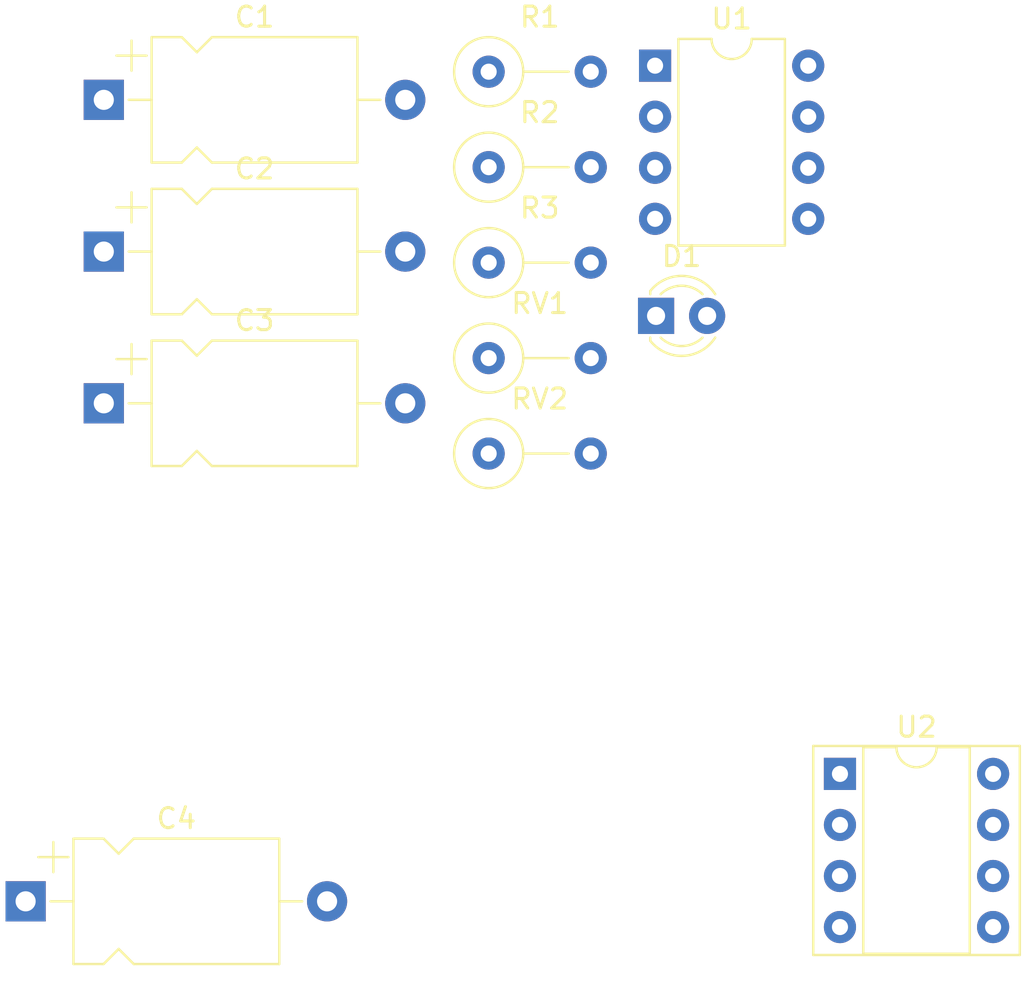
<source format=kicad_pcb>
(kicad_pcb (version 20221018) (generator pcbnew)
  (layers (0 "F.Cu" signal) (31 "B.Cu" signal) (34 "B.Paste" user) (35 "F.Paste" user) (36 "B.SilkS" user "B.Silkscreen") (37 "F.SilkS" user "F.Silkscreen") (38 "B.Mask" user) (39 "F.Mask" user) (44 "Edge.Cuts" user))
  (net 0 "")
  (net 1 "Net-(D1-A)")
  (net 2 "Net-(Q1-B)")
  (net 3 "Net-(Q1-C)")
  (net 4 "+9V")
  (net 5 "Signaal IN")
  (net 6 "Net-(C2-Pad1)")
  (net 8 "Net-(U1-DIS)")
  (net 9 "Net-(C1-Pad2)")
  (net 10 "GND")
  (net 11 "Net-(U2-+)")
  (net 12 "Net-(C3-Pad1)")
  (net 13 "BC547")
  (net 15 "Net-(C1-Pad1)")
  (net 16 "TRIG")
  (net 18 "Net-(C3-Pad2)")
  (footprint "Resistor_THT:R_Axial_DIN0309_L9.0mm_D3.2mm_P5.08mm_Vertical" (layer "F.Cu") (at 106.98 62.2)
    (fp_text reference "R3" (at 2.54 -2.72) (layer "F.SilkS"))
    (fp_text value "470")
    (fp_line (start 1.72 0) (end 3.98 0) (stroke (width 0.12)) (layer "F.SilkS"))
    (fp_circle (center 0 0) (end 1.72 0) (stroke (width 0.12)) (fill none) (layer "F.SilkS"))
    (pad "1" thru_hole circle (at 0 0) (size 1.6 1.6) (drill 0.8) (layers "*.Cu" "*.Mask") (net 4 "+9V"))
    (pad "2" thru_hole oval (at 5.08 0) (size 1.6 1.6) (drill 0.8) (layers "*.Cu" "*.Mask") (net 4 "+9V"))
  )
  (footprint "Resistor_THT:R_Axial_DIN0309_L9.0mm_D3.2mm_P5.08mm_Vertical" (layer "F.Cu") (at 106.98 57.45)
    (fp_text reference "R2" (at 2.54 -2.72) (layer "F.SilkS"))
    (fp_text value "470")
    (fp_line (start 1.72 0) (end 3.98 0) (stroke (width 0.12)) (layer "F.SilkS"))
    (fp_circle (center 0 0) (end 1.72 0) (stroke (width 0.12)) (fill none) (layer "F.SilkS"))
    (pad "1" thru_hole circle (at 0 0) (size 1.6 1.6) (drill 0.8) (layers "*.Cu" "*.Mask") (net 3 "Net-(Q1-C)"))
    (pad "2" thru_hole oval (at 5.08 0) (size 1.6 1.6) (drill 0.8) (layers "*.Cu" "*.Mask") (net 4 "+9V"))
  )
  (footprint "Package_DIP:DIP-8_W7.62mm_Socket" (layer "F.Cu") (at 124.46 87.64)
    (fp_text reference "U2" (at 3.81 -2.33) (layer "F.SilkS"))
    (fp_text value "LM386")
    (fp_line (start -1.33 -1.39) (end -1.33 9.01) (stroke (width 0.12)) (layer "F.SilkS"))
    (fp_line (start -1.33 9.01) (end 8.95 9.01) (stroke (width 0.12)) (layer "F.SilkS"))
    (fp_line (start 1.16 -1.33) (end 1.16 8.95) (stroke (width 0.12)) (layer "F.SilkS"))
    (fp_line (start 1.16 8.95) (end 6.46 8.95) (stroke (width 0.12)) (layer "F.SilkS"))
    (fp_line (start 2.81 -1.33) (end 1.16 -1.33) (stroke (width 0.12)) (layer "F.SilkS"))
    (fp_line (start 6.46 -1.33) (end 4.81 -1.33) (stroke (width 0.12)) (layer "F.SilkS"))
    (fp_line (start 6.46 8.95) (end 6.46 -1.33) (stroke (width 0.12)) (layer "F.SilkS"))
    (fp_line (start 8.95 -1.39) (end -1.33 -1.39) (stroke (width 0.12)) (layer "F.SilkS"))
    (fp_line (start 8.95 9.01) (end 8.95 -1.39) (stroke (width 0.12)) (layer "F.SilkS"))
    (fp_arc (start 4.81 -1.33) (mid 3.81 -0.33) (end 2.81 -1.33) (stroke (width 0.12)) (layer "F.SilkS"))
    (pad "1" thru_hole rect (at 0 0) (size 1.6 1.6) (drill 0.8) (layers "*.Cu" "*.Mask") (net 9 "Net-(C1-Pad2)"))
    (pad "2" thru_hole oval (at 0 2.54) (size 1.6 1.6) (drill 0.8) (layers "*.Cu" "*.Mask") (net 10 "GND"))
    (pad "3" thru_hole oval (at 0 5.08) (size 1.6 1.6) (drill 0.8) (layers "*.Cu" "*.Mask") (net 11 "Net-(U2-+)"))
    (pad "4" thru_hole oval (at 0 7.62) (size 1.6 1.6) (drill 0.8) (layers "*.Cu" "*.Mask") (net 10 "GND"))
    (pad "5" thru_hole oval (at 7.62 7.62) (size 1.6 1.6) (drill 0.8) (layers "*.Cu" "*.Mask") (net 12 "Net-(C3-Pad1)"))
    (pad "6" thru_hole oval (at 7.62 5.08) (size 1.6 1.6) (drill 0.8) (layers "*.Cu" "*.Mask") (net 13 "BC547"))
    (pad "7" thru_hole oval (at 7.62 2.54) (size 1.6 1.6) (drill 0.8) (layers "*.Cu" "*.Mask"))
    (pad "8" thru_hole oval (at 7.62 0) (size 1.6 1.6) (drill 0.8) (layers "*.Cu" "*.Mask") (net 15 "Net-(C1-Pad1)"))
  )
  (footprint "LED_THT:LED_D3.0mm" (layer "F.Cu") (at 115.31 64.85)
    (fp_text reference "D1" (at 1.27 -2.96) (layer "F.SilkS"))
    (fp_text value "Tap")
    (fp_line (start -0.29 -1.236) (end -0.29 -1.08) (stroke (width 0.12)) (layer "F.SilkS"))
    (fp_line (start -0.29 1.08) (end -0.29 1.236) (stroke (width 0.12)) (layer "F.SilkS"))
    (fp_arc (start -0.29 -1.235516) (mid 1.366487 -1.987659) (end 2.942335 -1.078608) (stroke (width 0.12)) (layer "F.SilkS"))
    (fp_arc (start 0.229039 -1.08) (mid 1.270117 -1.5) (end 2.31113 -1.079837) (stroke (width 0.12)) (layer "F.SilkS"))
    (fp_arc (start 2.31113 1.079837) (mid 1.270117 1.5) (end 0.229039 1.08) (stroke (width 0.12)) (layer "F.SilkS"))
    (fp_arc (start 2.942335 1.078608) (mid 1.366487 1.987659) (end -0.29 1.235516) (stroke (width 0.12)) (layer "F.SilkS"))
    (pad "1" thru_hole rect (at 0 0) (size 1.8 1.8) (drill 0.9) (layers "*.Cu" "*.Mask") (net 10 "GND"))
    (pad "2" thru_hole circle (at 2.54 0) (size 1.8 1.8) (drill 0.9) (layers "*.Cu" "*.Mask") (net 1 "Net-(D1-A)"))
  )
  (footprint "Capacitor_THT:CP_Axial_L10.0mm_D6.0mm_P15.00mm_Horizontal" (layer "F.Cu") (at 87.83 69.2)
    (fp_text reference "C3" (at 7.5 -4.12) (layer "F.SilkS"))
    (fp_text value "220uF")
    (fp_line (start 0.63 -2.2) (end 2.13 -2.2) (stroke (width 0.12)) (layer "F.SilkS"))
    (fp_line (start 1.24 0) (end 2.38 0) (stroke (width 0.12)) (layer "F.SilkS"))
    (fp_line (start 1.38 -2.95) (end 1.38 -1.45) (stroke (width 0.12)) (layer "F.SilkS"))
    (fp_line (start 2.38 -3.12) (end 2.38 3.12) (stroke (width 0.12)) (layer "F.SilkS"))
    (fp_line (start 2.38 -3.12) (end 3.88 -3.12) (stroke (width 0.12)) (layer "F.SilkS"))
    (fp_line (start 2.38 3.12) (end 3.88 3.12) (stroke (width 0.12)) (layer "F.SilkS"))
    (fp_line (start 3.88 -3.12) (end 4.63 -2.37) (stroke (width 0.12)) (layer "F.SilkS"))
    (fp_line (start 3.88 3.12) (end 4.63 2.37) (stroke (width 0.12)) (layer "F.SilkS"))
    (fp_line (start 4.63 -2.37) (end 5.38 -3.12) (stroke (width 0.12)) (layer "F.SilkS"))
    (fp_line (start 4.63 2.37) (end 5.38 3.12) (stroke (width 0.12)) (layer "F.SilkS"))
    (fp_line (start 5.38 -3.12) (end 12.62 -3.12) (stroke (width 0.12)) (layer "F.SilkS"))
    (fp_line (start 5.38 3.12) (end 12.62 3.12) (stroke (width 0.12)) (layer "F.SilkS"))
    (fp_line (start 12.62 -3.12) (end 12.62 3.12) (stroke (width 0.12)) (layer "F.SilkS"))
    (fp_line (start 13.76 0) (end 12.62 0) (stroke (width 0.12)) (layer "F.SilkS"))
    (pad "1" thru_hole rect (at 0 0) (size 2 2) (drill 1) (layers "*.Cu" "*.Mask") (net 12 "Net-(C3-Pad1)"))
    (pad "2" thru_hole oval (at 15 0) (size 2 2) (drill 1) (layers "*.Cu" "*.Mask") (net 18 "Net-(C3-Pad2)"))
  )
  (footprint "Capacitor_THT:CP_Axial_L10.0mm_D6.0mm_P15.00mm_Horizontal" (layer "F.Cu") (at 87.83 61.65)
    (fp_text reference "C2" (at 7.5 -4.12) (layer "F.SilkS"))
    (fp_text value "1uF")
    (fp_line (start 0.63 -2.2) (end 2.13 -2.2) (stroke (width 0.12)) (layer "F.SilkS"))
    (fp_line (start 1.24 0) (end 2.38 0) (stroke (width 0.12)) (layer "F.SilkS"))
    (fp_line (start 1.38 -2.95) (end 1.38 -1.45) (stroke (width 0.12)) (layer "F.SilkS"))
    (fp_line (start 2.38 -3.12) (end 2.38 3.12) (stroke (width 0.12)) (layer "F.SilkS"))
    (fp_line (start 2.38 -3.12) (end 3.88 -3.12) (stroke (width 0.12)) (layer "F.SilkS"))
    (fp_line (start 2.38 3.12) (end 3.88 3.12) (stroke (width 0.12)) (layer "F.SilkS"))
    (fp_line (start 3.88 -3.12) (end 4.63 -2.37) (stroke (width 0.12)) (layer "F.SilkS"))
    (fp_line (start 3.88 3.12) (end 4.63 2.37) (stroke (width 0.12)) (layer "F.SilkS"))
    (fp_line (start 4.63 -2.37) (end 5.38 -3.12) (stroke (width 0.12)) (layer "F.SilkS"))
    (fp_line (start 4.63 2.37) (end 5.38 3.12) (stroke (width 0.12)) (layer "F.SilkS"))
    (fp_line (start 5.38 -3.12) (end 12.62 -3.12) (stroke (width 0.12)) (layer "F.SilkS"))
    (fp_line (start 5.38 3.12) (end 12.62 3.12) (stroke (width 0.12)) (layer "F.SilkS"))
    (fp_line (start 12.62 -3.12) (end 12.62 3.12) (stroke (width 0.12)) (layer "F.SilkS"))
    (fp_line (start 13.76 0) (end 12.62 0) (stroke (width 0.12)) (layer "F.SilkS"))
    (pad "1" thru_hole rect (at 0 0) (size 2 2) (drill 1) (layers "*.Cu" "*.Mask") (net 6 "Net-(C2-Pad1)"))
    (pad "2" thru_hole oval (at 15 0) (size 2 2) (drill 1) (layers "*.Cu" "*.Mask") (net 11 "Net-(U2-+)"))
  )
  (footprint "Resistor_THT:R_Axial_DIN0309_L9.0mm_D3.2mm_P5.08mm_Vertical" (layer "F.Cu") (at 106.98 66.95)
    (fp_text reference "RV1" (at 2.54 -2.72) (layer "F.SilkS"))
    (fp_text value "100k")
    (fp_line (start 1.72 0) (end 3.98 0) (stroke (width 0.12)) (layer "F.SilkS"))
    (fp_circle (center 0 0) (end 1.72 0) (stroke (width 0.12)) (fill none) (layer "F.SilkS"))
    (pad "1" thru_hole circle (at 0 0) (size 1.6 1.6) (drill 0.8) (layers "*.Cu" "*.Mask") (net 5 "Signaal IN"))
    (pad "2" thru_hole oval (at 5.08 0) (size 1.6 1.6) (drill 0.8) (layers "*.Cu" "*.Mask") (net 6 "Net-(C2-Pad1)"))
  )
  (footprint "Capacitor_THT:CP_Axial_L10.0mm_D6.0mm_P15.00mm_Horizontal" (layer "F.Cu") (at 83.94 93.98)
    (fp_text reference "C4" (at 7.5 -4.12) (layer "F.SilkS"))
    (fp_text value "220uF")
    (fp_line (start 0.63 -2.2) (end 2.13 -2.2) (stroke (width 0.12)) (layer "F.SilkS"))
    (fp_line (start 1.24 0) (end 2.38 0) (stroke (width 0.12)) (layer "F.SilkS"))
    (fp_line (start 1.38 -2.95) (end 1.38 -1.45) (stroke (width 0.12)) (layer "F.SilkS"))
    (fp_line (start 2.38 -3.12) (end 2.38 3.12) (stroke (width 0.12)) (layer "F.SilkS"))
    (fp_line (start 2.38 -3.12) (end 3.88 -3.12) (stroke (width 0.12)) (layer "F.SilkS"))
    (fp_line (start 2.38 3.12) (end 3.88 3.12) (stroke (width 0.12)) (layer "F.SilkS"))
    (fp_line (start 3.88 -3.12) (end 4.63 -2.37) (stroke (width 0.12)) (layer "F.SilkS"))
    (fp_line (start 3.88 3.12) (end 4.63 2.37) (stroke (width 0.12)) (layer "F.SilkS"))
    (fp_line (start 4.63 -2.37) (end 5.38 -3.12) (stroke (width 0.12)) (layer "F.SilkS"))
    (fp_line (start 4.63 2.37) (end 5.38 3.12) (stroke (width 0.12)) (layer "F.SilkS"))
    (fp_line (start 5.38 -3.12) (end 12.62 -3.12) (stroke (width 0.12)) (layer "F.SilkS"))
    (fp_line (start 5.38 3.12) (end 12.62 3.12) (stroke (width 0.12)) (layer "F.SilkS"))
    (fp_line (start 12.62 -3.12) (end 12.62 3.12) (stroke (width 0.12)) (layer "F.SilkS"))
    (fp_line (start 13.76 0) (end 12.62 0) (stroke (width 0.12)) (layer "F.SilkS"))
    (pad "1" thru_hole rect (at 0 0) (size 2 2) (drill 1) (layers "*.Cu" "*.Mask") (net 16 "TRIG"))
    (pad "2" thru_hole oval (at 15 0) (size 2 2) (drill 1) (layers "*.Cu" "*.Mask") (net 10 "GND"))
  )
  (footprint "Package_DIP:DIP-8_W7.62mm" (layer "F.Cu") (at 115.26 52.4)
    (fp_text reference "U1" (at 3.81 -2.33) (layer "F.SilkS"))
    (fp_text value "NE555P")
    (fp_line (start 1.16 -1.33) (end 1.16 8.95) (stroke (width 0.12)) (layer "F.SilkS"))
    (fp_line (start 1.16 8.95) (end 6.46 8.95) (stroke (width 0.12)) (layer "F.SilkS"))
    (fp_line (start 2.81 -1.33) (end 1.16 -1.33) (stroke (width 0.12)) (layer "F.SilkS"))
    (fp_line (start 6.46 -1.33) (end 4.81 -1.33) (stroke (width 0.12)) (layer "F.SilkS"))
    (fp_line (start 6.46 8.95) (end 6.46 -1.33) (stroke (width 0.12)) (layer "F.SilkS"))
    (fp_arc (start 4.81 -1.33) (mid 3.81 -0.33) (end 2.81 -1.33) (stroke (width 0.12)) (layer "F.SilkS"))
    (pad "1" thru_hole rect (at 0 0) (size 1.6 1.6) (drill 0.8) (layers "*.Cu" "*.Mask") (net 10 "GND"))
    (pad "2" thru_hole oval (at 0 2.54) (size 1.6 1.6) (drill 0.8) (layers "*.Cu" "*.Mask") (net 16 "TRIG"))
    (pad "3" thru_hole oval (at 0 5.08) (size 1.6 1.6) (drill 0.8) (layers "*.Cu" "*.Mask") (net 1 "Net-(D1-A)"))
    (pad "4" thru_hole oval (at 0 7.62) (size 1.6 1.6) (drill 0.8) (layers "*.Cu" "*.Mask") (net 4 "+9V"))
    (pad "5" thru_hole oval (at 7.62 7.62) (size 1.6 1.6) (drill 0.8) (layers "*.Cu" "*.Mask"))
    (pad "6" thru_hole oval (at 7.62 5.08) (size 1.6 1.6) (drill 0.8) (layers "*.Cu" "*.Mask") (net 16 "TRIG"))
    (pad "7" thru_hole oval (at 7.62 2.54) (size 1.6 1.6) (drill 0.8) (layers "*.Cu" "*.Mask") (net 8 "Net-(U1-DIS)"))
    (pad "8" thru_hole oval (at 7.62 0) (size 1.6 1.6) (drill 0.8) (layers "*.Cu" "*.Mask") (net 4 "+9V"))
  )
  (footprint "Resistor_THT:R_Axial_DIN0309_L9.0mm_D3.2mm_P5.08mm_Vertical" (layer "F.Cu") (at 106.98 52.7)
    (fp_text reference "R1" (at 2.54 -2.72) (layer "F.SilkS"))
    (fp_text value "470")
    (fp_line (start 1.72 0) (end 3.98 0) (stroke (width 0.12)) (layer "F.SilkS"))
    (fp_circle (center 0 0) (end 1.72 0) (stroke (width 0.12)) (fill none) (layer "F.SilkS"))
    (pad "1" thru_hole circle (at 0 0) (size 1.6 1.6) (drill 0.8) (layers "*.Cu" "*.Mask") (net 1 "Net-(D1-A)"))
    (pad "2" thru_hole oval (at 5.08 0) (size 1.6 1.6) (drill 0.8) (layers "*.Cu" "*.Mask") (net 2 "Net-(Q1-B)"))
  )
  (footprint "Resistor_THT:R_Axial_DIN0309_L9.0mm_D3.2mm_P5.08mm_Vertical" (layer "F.Cu") (at 106.98 71.7)
    (fp_text reference "RV2" (at 2.54 -2.72) (layer "F.SilkS"))
    (fp_text value "100k")
    (fp_line (start 1.72 0) (end 3.98 0) (stroke (width 0.12)) (layer "F.SilkS"))
    (fp_circle (center 0 0) (end 1.72 0) (stroke (width 0.12)) (fill none) (layer "F.SilkS"))
    (pad "1" thru_hole circle (at 0 0) (size 1.6 1.6) (drill 0.8) (layers "*.Cu" "*.Mask"))
    (pad "2" thru_hole oval (at 5.08 0) (size 1.6 1.6) (drill 0.8) (layers "*.Cu" "*.Mask") (net 8 "Net-(U1-DIS)"))
  )
  (footprint "Capacitor_THT:CP_Axial_L10.0mm_D6.0mm_P15.00mm_Horizontal" (layer "F.Cu") (at 87.83 54.1)
    (fp_text reference "C1" (at 7.5 -4.12) (layer "F.SilkS"))
    (fp_text value "10uF")
    (fp_line (start 0.63 -2.2) (end 2.13 -2.2) (stroke (width 0.12)) (layer "F.SilkS"))
    (fp_line (start 1.24 0) (end 2.38 0) (stroke (width 0.12)) (layer "F.SilkS"))
    (fp_line (start 1.38 -2.95) (end 1.38 -1.45) (stroke (width 0.12)) (layer "F.SilkS"))
    (fp_line (start 2.38 -3.12) (end 2.38 3.12) (stroke (width 0.12)) (layer "F.SilkS"))
    (fp_line (start 2.38 -3.12) (end 3.88 -3.12) (stroke (width 0.12)) (layer "F.SilkS"))
    (fp_line (start 2.38 3.12) (end 3.88 3.12) (stroke (width 0.12)) (layer "F.SilkS"))
    (fp_line (start 3.88 -3.12) (end 4.63 -2.37) (stroke (width 0.12)) (layer "F.SilkS"))
    (fp_line (start 3.88 3.12) (end 4.63 2.37) (stroke (width 0.12)) (layer "F.SilkS"))
    (fp_line (start 4.63 -2.37) (end 5.38 -3.12) (stroke (width 0.12)) (layer "F.SilkS"))
    (fp_line (start 4.63 2.37) (end 5.38 3.12) (stroke (width 0.12)) (layer "F.SilkS"))
    (fp_line (start 5.38 -3.12) (end 12.62 -3.12) (stroke (width 0.12)) (layer "F.SilkS"))
    (fp_line (start 5.38 3.12) (end 12.62 3.12) (stroke (width 0.12)) (layer "F.SilkS"))
    (fp_line (start 12.62 -3.12) (end 12.62 3.12) (stroke (width 0.12)) (layer "F.SilkS"))
    (fp_line (start 13.76 0) (end 12.62 0) (stroke (width 0.12)) (layer "F.SilkS"))
    (pad "1" thru_hole rect (at 0 0) (size 2 2) (drill 1) (layers "*.Cu" "*.Mask") (net 15 "Net-(C1-Pad1)"))
    (pad "2" thru_hole oval (at 15 0) (size 2 2) (drill 1) (layers "*.Cu" "*.Mask") (net 9 "Net-(C1-Pad2)"))
  )
)
</source>
